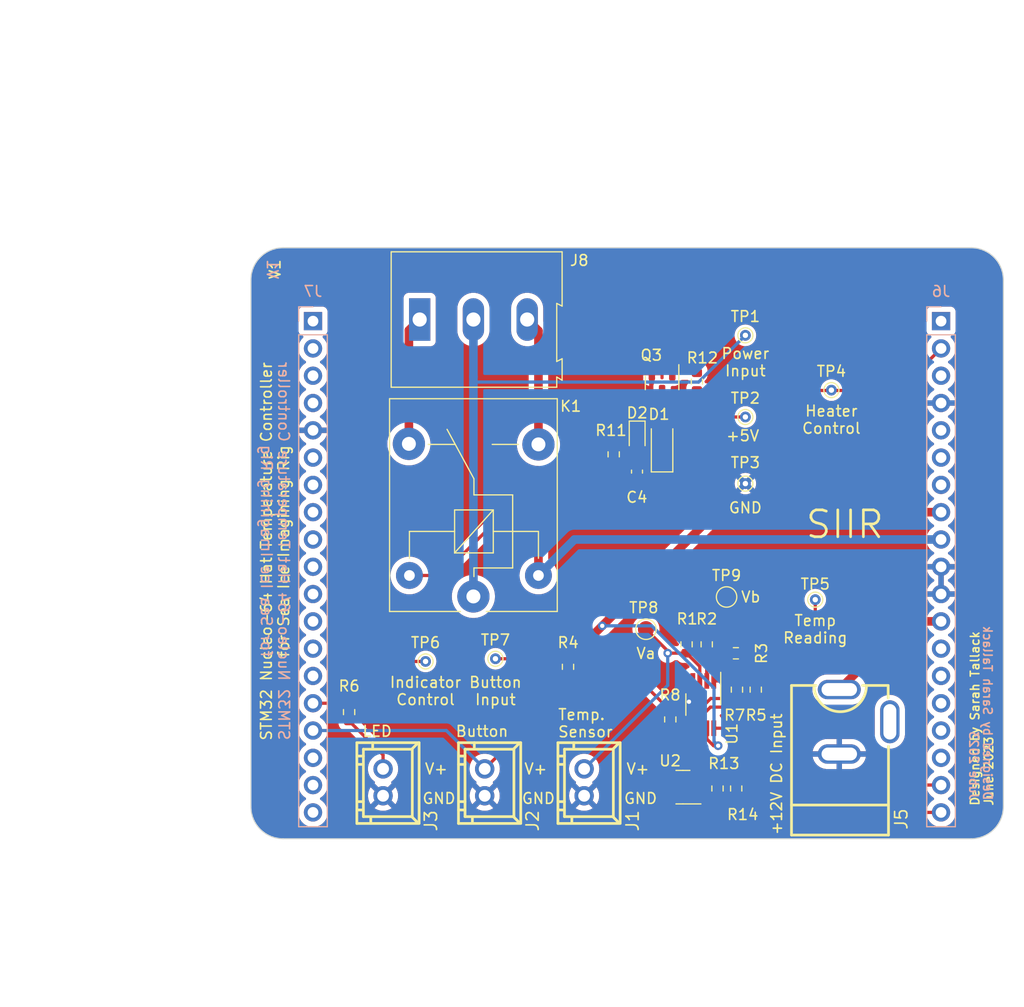
<source format=kicad_pcb>
(kicad_pcb (version 20221018) (generator pcbnew)
  (title_block (title "Temperature Controller") (date "December 2022") (rev "V0") (company "University of Cape Town") (comment 1 "Designed by Sarah Tallack"))
  (layers (0 "F.Cu" signal) (31 "B.Cu" signal) (34 "B.Paste" user) (35 "F.Paste" user) (36 "B.SilkS" user "B.Silkscreen") (37 "F.SilkS" user "F.Silkscreen") (38 "B.Mask" user) (39 "F.Mask" user) (44 "Edge.Cuts" user))
  (net 0 "")
  (net 1 "/+5V")
  (net 2 "GND")
  (net 3 "/PC0")
  (net 4 "/Va")
  (net 5 "Net-(D1-A)")
  (net 6 "/PC11")
  (net 7 "/PD2")
  (net 8 "/E5V")
  (net 9 "/NC1")
  (net 10 "/IOREF")
  (net 11 "/RESET")
  (net 12 "/+3V3")
  (net 13 "/VIN")
  (net 14 "/PA0")
  (net 15 "/PA1")
  (net 16 "/PA4")
  (net 17 "/PB0")
  (net 18 "/PC1")
  (net 19 "/PC9")
  (net 20 "/PB8")
  (net 21 "/PB9")
  (net 22 "/AVDD")
  (net 23 "/PA5")
  (net 24 "/PA6")
  (net 25 "/PA7")
  (net 26 "/PB6")
  (net 27 "/PC7")
  (net 28 "/PA9")
  (net 29 "/PA8")
  (net 30 "/PB10")
  (net 31 "/PB4")
  (net 32 "/PB5")
  (net 33 "/PB3")
  (net 34 "/PA10")
  (net 35 "/PA2")
  (net 36 "/PA3")
  (net 38 "/Vb")
  (net 39 "/NC2")
  (net 40 "/COM")
  (net 41 "/NO")
  (net 42 "/NC")
  (net 43 "Net-(D2-A)")
  (net 44 "Net-(J3-Pin_1)")
  (net 45 "Net-(Q3-B)")
  (net 46 "Net-(U1-RG)")
  (net 47 "/Vref")
  (net 48 "Net-(U2-REF)")
  (footprint "Resistor_SMD:R_0603_1608Metric" (layer "F.Cu") (at 139.013709 93.897122 -90)
    (fp_text reference "R8" (at -2.274089 0.020724) (layer "F.SilkS"))
    (fp_text value "10k")
    (fp_line (start -0.237258 -0.5225) (end 0.237258 -0.5225) (stroke (width 0.12)) (layer "F.SilkS"))
    (fp_line (start -0.237258 0.5225) (end 0.237258 0.5225) (stroke (width 0.12)) (layer "F.SilkS"))
    (pad "1" smd roundrect (at -0.825 0 270) (size 0.8 0.95) (layers "F.Cu" "F.Paste" "F.Mask") (net 12 "/+3V3"))
    (pad "2" smd roundrect (at 0.825 0 270) (size 0.8 0.95) (layers "F.Cu" "F.Paste" "F.Mask") (net 47 "/Vref"))
  )
  (footprint "Diode_SMD:D_SOD-123" (layer "F.Cu") (at 138.25 68.5 90)
    (fp_text reference "D1" (at 3.000652 -0.285451) (layer "F.SilkS"))
    (fp_text value "1N5819")
    (fp_line (start -2.36 -1) (end -2.36 1) (stroke (width 0.12)) (layer "F.SilkS"))
    (fp_line (start -2.36 -1) (end 1.65 -1) (stroke (width 0.12)) (layer "F.SilkS"))
    (fp_line (start -2.36 1) (end 1.65 1) (stroke (width 0.12)) (layer "F.SilkS"))
    (pad "1" smd roundrect (at -1.65 0 90) (size 0.9 1.2) (layers "F.Cu" "F.Paste" "F.Mask") (net 1 "/+5V"))
    (pad "2" smd roundrect (at 1.65 0 90) (size 0.9 1.2) (layers "F.Cu" "F.Paste" "F.Mask") (net 5 "Net-(D1-A)"))
  )
  (footprint "TestPoint:TestPoint_THTPad_D1.0mm_Drill0.5mm" (layer "F.Cu") (at 154 63.25)
    (fp_text reference "TP4" (at 0 -1.75) (layer "F.SilkS"))
    (fp_text value "TestPoint")
    (fp_circle (center 0 0) (end 0 0.7) (stroke (width 0.12)) (fill none) (layer "F.SilkS"))
    (pad "1" thru_hole circle (at 0 0) (size 1 1) (drill 0.5) (layers "*.Cu" "*.Mask") (net 7 "/PD2"))
  )
  (footprint "Resistor_SMD:R_0603_1608Metric" (layer "F.Cu") (at 109.139148 93.214332 -90)
    (fp_text reference "R6" (at -2.422589 -0.002566) (layer "F.SilkS"))
    (fp_text value "1.2k")
    (fp_line (start -0.237258 -0.5225) (end 0.237258 -0.5225) (stroke (width 0.12)) (layer "F.SilkS"))
    (fp_line (start -0.237258 0.5225) (end 0.237258 0.5225) (stroke (width 0.12)) (layer "F.SilkS"))
    (pad "1" smd roundrect (at -0.825 0 270) (size 0.8 0.95) (layers "F.Cu" "F.Paste" "F.Mask") (net 32 "/PB5"))
    (pad "2" smd roundrect (at 0.825 0 270) (size 0.8 0.95) (layers "F.Cu" "F.Paste" "F.Mask") (net 44 "Net-(J3-Pin_1)"))
  )
  (footprint "TestPoint:TestPoint_THTPad_D1.0mm_Drill0.5mm" (layer "F.Cu") (at 152.5 82.75)
    (fp_text reference "TP5" (at 0 -1.448) (layer "F.SilkS"))
    (fp_text value "TestPoint")
    (fp_circle (center 0 0) (end 0 0.7) (stroke (width 0.12)) (fill none) (layer "F.SilkS"))
    (pad "1" thru_hole circle (at 0 0) (size 1 1) (drill 0.5) (layers "*.Cu" "*.Mask") (net 3 "/PC0"))
  )
  (footprint "Resistor_SMD:R_0603_1608Metric" (layer "F.Cu") (at 145.214051 91.125 -90)
    (fp_text reference "R7" (at 2.375 0.214051) (layer "F.SilkS"))
    (fp_text value "1.1k")
    (fp_line (start -0.237258 -0.5225) (end 0.237258 -0.5225) (stroke (width 0.12)) (layer "F.SilkS"))
    (fp_line (start -0.237258 0.5225) (end 0.237258 0.5225) (stroke (width 0.12)) (layer "F.SilkS"))
    (pad "1" smd roundrect (at -0.825 0 270) (size 0.8 0.95) (layers "F.Cu" "F.Paste" "F.Mask") (net 46 "Net-(U1-RG)"))
    (pad "2" smd roundrect (at 0.825 0 270) (size 0.8 0.95) (layers "F.Cu" "F.Paste" "F.Mask") (net 47 "/Vref"))
  )
  (footprint "Resistor_SMD:R_0603_1608Metric" (layer "F.Cu") (at 146.964051 91.125 -90)
    (fp_text reference "R5" (at 2.375 -0.035949) (layer "F.SilkS"))
    (fp_text value "27k")
    (fp_line (start -0.237258 -0.5225) (end 0.237258 -0.5225) (stroke (width 0.12)) (layer "F.SilkS"))
    (fp_line (start -0.237258 0.5225) (end 0.237258 0.5225) (stroke (width 0.12)) (layer "F.SilkS"))
    (pad "1" smd roundrect (at -0.825 0 270) (size 0.8 0.95) (layers "F.Cu" "F.Paste" "F.Mask") (net 46 "Net-(U1-RG)"))
    (pad "2" smd roundrect (at 0.825 0 270) (size 0.8 0.95) (layers "F.Cu" "F.Paste" "F.Mask") (net 3 "/PC0"))
  )
  (footprint "TestPoint:TestPoint_THTPad_D1.0mm_Drill0.5mm" (layer "F.Cu") (at 146 65.75)
    (fp_text reference "TP2" (at 0 -1.75) (layer "F.SilkS"))
    (fp_text value "TestPoint")
    (fp_circle (center 0 0) (end 0 0.7) (stroke (width 0.12)) (fill none) (layer "F.SilkS"))
    (pad "1" thru_hole circle (at 0 0) (size 1 1) (drill 0.5) (layers "*.Cu" "*.Mask") (net 1 "/+5V"))
  )
  (footprint "Resistor_SMD:R_0603_1608Metric" (layer "F.Cu") (at 140.525533 86.906568 -90)
    (fp_text reference "R1" (at -2.363236 -0.053567) (layer "F.SilkS"))
    (fp_text value "3.3k")
    (fp_line (start -0.237258 -0.5225) (end 0.237258 -0.5225) (stroke (width 0.12)) (layer "F.SilkS"))
    (fp_line (start -0.237258 0.5225) (end 0.237258 0.5225) (stroke (width 0.12)) (layer "F.SilkS"))
    (pad "1" smd roundrect (at -0.825 0 270) (size 0.8 0.95) (layers "F.Cu" "F.Paste" "F.Mask") (net 12 "/+3V3"))
    (pad "2" smd roundrect (at 0.825 0 270) (size 0.8 0.95) (layers "F.Cu" "F.Paste" "F.Mask") (net 4 "/Va"))
  )
  (footprint "TestPoint:TestPoint_THTPad_D1.0mm_Drill0.5mm" (layer "F.Cu") (at 146 71.95)
    (fp_text reference "TP3" (at 0 -1.95) (layer "F.SilkS"))
    (fp_text value "TestPoint")
    (fp_circle (center 0 0) (end 0 0.7) (stroke (width 0.12)) (fill none) (layer "F.SilkS"))
    (pad "1" thru_hole circle (at 0 0) (size 1 1) (drill 0.5) (layers "*.Cu" "*.Mask") (net 2 "GND"))
  )
  (footprint "Resistor_SMD:R_0603_1608Metric" (layer "F.Cu") (at 145.117033 87.740767)
    (fp_text reference "R3" (at 2.382967 0.009233 90) (layer "F.SilkS"))
    (fp_text value "91")
    (fp_line (start -0.237258 -0.5225) (end 0.237258 -0.5225) (stroke (width 0.12)) (layer "F.SilkS"))
    (fp_line (start -0.237258 0.5225) (end 0.237258 0.5225) (stroke (width 0.12)) (layer "F.SilkS"))
    (pad "1" smd roundrect (at -0.825 0) (size 0.8 0.95) (layers "F.Cu" "F.Paste" "F.Mask") (net 38 "/Vb"))
    (pad "2" smd roundrect (at 0.825 0) (size 0.8 0.95) (layers "F.Cu" "F.Paste" "F.Mask") (net 2 "GND"))
  )
  (footprint "TestPoint:TestPoint_THTPad_D1.0mm_Drill0.5mm" (layer "F.Cu") (at 146 58.15)
    (fp_text reference "TP1" (at 0 -1.75) (layer "F.SilkS"))
    (fp_text value "TestPoint")
    (fp_circle (center 0 0) (end 0 0.7) (stroke (width 0.12)) (fill none) (layer "F.SilkS"))
    (pad "1" thru_hole circle (at 0 0) (size 1 1) (drill 0.5) (layers "*.Cu" "*.Mask") (net 40 "/COM"))
  )
  (footprint "TestPoint:TestPoint_THTPad_D1.0mm_Drill0.5mm" (layer "F.Cu") (at 116.25 88.5)
    (fp_text reference "TP6" (at 0 -1.75) (layer "F.SilkS"))
    (fp_text value "TestPoint")
    (fp_circle (center 0 0) (end 0 0.7) (stroke (width 0.12)) (fill none) (layer "F.SilkS"))
    (pad "1" thru_hole circle (at 0 0) (size 1 1) (drill 0.5) (layers "*.Cu" "*.Mask") (net 32 "/PB5"))
  )
  (footprint "Footprints:2 Pin Male Header" (layer "F.Cu") (at 131 99.749 -90)
    (fp_text reference "J1" (at 2.501 -4.5 -90) (layer "F.SilkS") (effects (font (size 1.143 1.143) (thickness 0.152)) (justify right)))
    (fp_text value "PT100 Header Pins" hide)
    (fp_line (start -3.689 -3.353) (end -3.689 2.447) (stroke (width 0.254)) (layer "F.SilkS"))
    (fp_line (start -3.689 -3.353) (end 3.811 -3.353) (stroke (width 0.254)) (layer "F.SilkS"))
    (fp_line (start -3.689 0.965) (end -3.105 0.965) (stroke (width 0.254)) (layer "F.SilkS"))
    (fp_line (start -3.671 2.438) (end 3.829 2.438) (stroke (width 0.254)) (layer "F.SilkS"))
    (fp_line (start -3.664 -3.327) (end -3.664 -3.251) (stroke (width 0.254)) (layer "F.SilkS"))
    (fp_line (start -3.664 -3.251) (end -3.054 -2.642) (stroke (width 0.254)) (layer "F.SilkS"))
    (fp_line (start -3.08 -2.718) (end 3.194 -2.718) (stroke (width 0.254)) (layer "F.SilkS"))
    (fp_line (start -3.08 -2.692) (end -3.054 -2.692) (stroke (width 0.254)) (layer "F.SilkS"))
    (fp_line (start -3.08 1.829) (end -3.08 -2.692) (stroke (width 0.254)) (layer "F.SilkS"))
    (fp_line (start -2.445 2.413) (end -2.445 1.829) (stroke (width 0.254)) (layer "F.SilkS"))
    (fp_line (start -1.67 2.426) (end -1.67 1.842) (stroke (width 0.254)) (layer "F.SilkS"))
    (fp_line (start 1.797 2.413) (end 1.797 1.829) (stroke (width 0.254)) (layer "F.SilkS"))
    (fp_line (start 2.572 2.426) (end 2.572 1.842) (stroke (width 0.254)) (layer "F.SilkS"))
    (fp_line (start 3.194 -2.718) (end 3.194 1.829) (stroke (width 0.254)) (layer "F.SilkS"))
    (fp_line (start 3.194 1.829) (end -3.08 1.829) (stroke (width 0.254)) (layer "F.SilkS"))
    (fp_line (start 3.219 1.143) (end 3.804 1.143) (stroke (width 0.254)) (layer "F.SilkS"))
    (fp_line (start 3.778 -3.327) (end 3.778 -3.251) (stroke (width 0.254)) (layer "F.SilkS"))
    (fp_line (start 3.778 -3.251) (end 3.169 -2.642) (stroke (width 0.254)) (layer "F.SilkS"))
    (fp_line (start 3.829 -3.353) (end 3.829 2.438) (stroke (width 0.254)) (layer "F.SilkS"))
    (pad "1" thru_hole circle (at -1.251 0 270) (size 1.8 1.8) (drill 1.1) (layers "*.Cu" "*.Paste" "*.Mask") (net 4 "/Va"))
    (pad "2" thru_hole circle (at 1.251 0 270) (size 1.8 1.8) (drill 1.1) (layers "*.Cu" "*.Paste" "*.Mask") (net 2 "GND"))
  )
  (footprint "Footprints:2 Pin Male Header" (layer "F.Cu") (at 121.75 99.749 -90)
    (fp_text reference "J2" (at 2.501 -4.453 -90) (layer "F.SilkS") (effects (font (size 1.143 1.143) (thickness 0.152)) (justify right)))
    (fp_text value "Switch Header Pins" hide)
    (fp_line (start -3.689 -3.353) (end -3.689 2.447) (stroke (width 0.254)) (layer "F.SilkS"))
    (fp_line (start -3.689 -3.353) (end 3.811 -3.353) (stroke (width 0.254)) (layer "F.SilkS"))
    (fp_line (start -3.689 0.965) (end -3.105 0.965) (stroke (width 0.254)) (layer "F.SilkS"))
    (fp_line (start -3.671 2.438) (end 3.829 2.438) (stroke (width 0.254)) (layer "F.SilkS"))
    (fp_line (start -3.664 -3.327) (end -3.664 -3.251) (stroke (width 0.254)) (layer "F.SilkS"))
    (fp_line (start -3.664 -3.251) (end -3.054 -2.642) (stroke (width 0.254)) (layer "F.SilkS"))
    (fp_line (start -3.08 -2.718) (end 3.194 -2.718) (stroke (width 0.254)) (layer "F.SilkS"))
    (fp_line (start -3.08 -2.692) (end -3.054 -2.692) (stroke (width 0.254)) (layer "F.SilkS"))
    (fp_line (start -3.08 1.829) (end -3.08 -2.692) (stroke (width 0.254)) (layer "F.SilkS"))
    (fp_line (start -2.445 2.413) (end -2.445 1.829) (stroke (width 0.254)) (layer "F.SilkS"))
    (fp_line (start -1.67 2.426) (end -1.67 1.842) (stroke (width 0.254)) (layer "F.SilkS"))
    (fp_line (start 1.797 2.413) (end 1.797 1.829) (stroke (width 0.254)) (layer "F.SilkS"))
    (fp_line (start 2.572 2.426) (end 2.572 1.842) (stroke (width 0.254)) (layer "F.SilkS"))
    (fp_line (start 3.194 -2.718) (end 3.194 1.829) (stroke (width 0.254)) (layer "F.SilkS"))
    (fp_line (start 3.194 1.829) (end -3.08 1.829) (stroke (width 0.254)) (layer "F.SilkS"))
    (fp_line (start 3.219 1.143) (end 3.804 1.143) (stroke (width 0.254)) (layer "F.SilkS"))
    (fp_line (start 3.778 -3.327) (end 3.778 -3.251) (stroke (width 0.254)) (layer "F.SilkS"))
    (fp_line (start 3.778 -3.251) (end 3.169 -2.642) (stroke (width 0.254)) (layer "F.SilkS"))
    (fp_line (start 3.829 -3.353) (end 3.829 2.438) (stroke (width 0.254)) (layer "F.SilkS"))
    (pad "1" thru_hole circle (at -1.251 0 270) (size 1.8 1.8) (drill 1.1) (layers "*.Cu" "*.Paste" "*.Mask") (net 33 "/PB3"))
    (pad "2" thru_hole circle (at 1.251 0 270) (size 1.8 1.8) (drill 1.1) (layers "*.Cu" "*.Paste" "*.Mask") (net 2 "GND"))
  )
  (footprint "TestPoint:TestPoint_Pad_D1.5mm" (layer "F.Cu") (at 144.25 82.5 90)
    (fp_text reference "TP9" (at 2 0 180) (layer "F.SilkS"))
    (fp_text value "TestPoint")
    (fp_circle (center 0 0) (end 0 0.95) (stroke (width 0.12)) (fill none) (layer "F.SilkS"))
    (pad "1" smd circle (at 0 0 90) (size 1.5 1.5) (layers "F.Cu" "F.Mask") (net 38 "/Vb"))
  )
  (footprint "Relay_THT:Relay_SPDT_SANYOU_SRD_Series_Form_C" (layer "F.Cu") (at 120.7 82.45 90)
    (fp_text reference "K1" (at 17.7 9.05) (layer "F.SilkS"))
    (fp_text value "SANYOU_SRD_Form_C")
    (fp_line (start -1.4 -7.8) (end -1.4 -1.2) (stroke (width 0.12)) (layer "F.SilkS"))
    (fp_line (start -1.4 -7.8) (end 18.4 -7.8) (stroke (width 0.12)) (layer "F.SilkS"))
    (fp_line (start -1.4 1.2) (end -1.4 7.8) (stroke (width 0.12)) (layer "F.SilkS"))
    (fp_line (start 2.65 0.05) (end 1.85 0.05) (stroke (width 0.12)) (layer "F.SilkS"))
    (fp_line (start 2.65 0.05) (end 2.65 3.65) (stroke (width 0.12)) (layer "F.SilkS"))
    (fp_line (start 3.55 6.05) (end 6.05 6.05) (stroke (width 0.12)) (layer "F.SilkS"))
    (fp_line (start 4.05 -1.75) (end 8.05 -1.75) (stroke (width 0.12)) (layer "F.SilkS"))
    (fp_line (start 4.05 1.85) (end 4.05 -1.75) (stroke (width 0.12)) (layer "F.SilkS"))
    (fp_line (start 6.05 -5.95) (end 3.55 -5.95) (stroke (width 0.12)) (layer "F.SilkS"))
    (fp_line (start 6.05 -5.95) (end 6.05 -1.75) (stroke (width 0.12)) (layer "F.SilkS"))
    (fp_line (start 6.05 1.85) (end 6.05 6.05) (stroke (width 0.12)) (layer "F.SilkS"))
    (fp_line (start 8.05 -1.75) (end 8.05 1.85) (stroke (width 0.12)) (layer "F.SilkS"))
    (fp_line (start 8.05 1.85) (end 4.05 -1.75) (stroke (width 0.12)) (layer "F.SilkS"))
    (fp_line (start 8.05 1.85) (end 4.05 1.85) (stroke (width 0.12)) (layer "F.SilkS"))
    (fp_line (start 9.45 0.05) (end 9.45 3.65) (stroke (width 0.12)) (layer "F.SilkS"))
    (fp_line (start 9.45 0.05) (end 10.95 0.05) (stroke (width 0.12)) (layer "F.SilkS"))
    (fp_line (start 9.45 3.65) (end 2.65 3.65) (stroke (width 0.12)) (layer "F.SilkS"))
    (fp_line (start 10.95 0.05) (end 15.55 -2.45) (stroke (width 0.12)) (layer "F.SilkS"))
    (fp_line (start 14.15 -4.2) (end 14.15 -1.7) (stroke (width 0.12)) (layer "F.SilkS"))
    (fp_line (start 14.15 4.2) (end 14.15 1.75) (stroke (width 0.12)) (layer "F.SilkS"))
    (fp_line (start 18.4 -7.8) (end 18.4 7.8) (stroke (width 0.12)) (layer "F.SilkS"))
    (fp_line (start 18.4 7.8) (end -1.4 7.8) (stroke (width 0.12)) (layer "F.SilkS"))
    (pad "1" thru_hole circle (at 0 0 180) (size 3 3) (drill 1.3) (layers "*.Cu" "*.Mask") (net 40 "/COM"))
    (pad "2" thru_hole circle (at 1.95 6.05 180) (size 2.5 2.5) (drill 1) (layers "*.Cu" "*.Mask") (net 1 "/+5V"))
    (pad "3" thru_hole circle (at 14.15 6.05 180) (size 3 3) (drill 1.3) (layers "*.Cu" "*.Mask") (net 41 "/NO"))
    (pad "4" thru_hole circle (at 14.2 -6 180) (size 3 3) (drill 1.3) (layers "*.Cu" "*.Mask") (net 42 "/NC"))
    (pad "5" thru_hole circle (at 1.95 -5.95 180) (size 2.5 2.5) (drill 1) (layers "*.Cu" "*.Mask") (net 5 "Net-(D1-A)"))
  )
  (footprint "Resistor_SMD:R_0603_1608Metric" (layer "F.Cu") (at 129.5 89 -90)
    (fp_text reference "R4" (at -2.25 -0.009223) (layer "F.SilkS"))
    (fp_text value "1.2k")
    (fp_line (start -0.237258 -0.5225) (end 0.237258 -0.5225) (stroke (width 0.12)) (layer "F.SilkS"))
    (fp_line (start -0.237258 0.5225) (end 0.237258 0.5225) (stroke (width 0.12)) (layer "F.SilkS"))
    (pad "1" smd roundrect (at -0.825 0 270) (size 0.8 0.95) (layers "F.Cu" "F.Paste" "F.Mask") (net 12 "/+3V3"))
    (pad "2" smd roundrect (at 0.825 0 270) (size 0.8 0.95) (layers "F.Cu" "F.Paste" "F.Mask") (net 33 "/PB3"))
  )
  (footprint "Diode_SMD:D_0603_1608Metric" (layer "F.Cu") (at 135.932172 67.616915 -90)
    (fp_text reference "D2" (at -2.25 0) (layer "F.SilkS"))
    (fp_text value "Red")
    (fp_line (start -1.485 -0.735) (end -1.485 0.735) (stroke (width 0.12)) (layer "F.SilkS"))
    (fp_line (start -1.485 0.735) (end 0.8 0.735) (stroke (width 0.12)) (layer "F.SilkS"))
    (fp_line (start 0.8 -0.735) (end -1.485 -0.735) (stroke (width 0.12)) (layer "F.SilkS"))
    (pad "1" smd roundrect (at -0.7875 0 270) (size 0.875 0.95) (layers "F.Cu" "F.Paste" "F.Mask") (net 5 "Net-(D1-A)"))
    (pad "2" smd roundrect (at 0.7875 0 270) (size 0.875 0.95) (layers "F.Cu" "F.Paste" "F.Mask") (net 43 "Net-(D2-A)"))
  )
  (footprint "Package_SO:VSSOP-8_3.0x3.0mm_P0.65mm" (layer "F.Cu") (at 142.0842 92.512982 -90)
    (fp_text reference "U1" (at 2.720129 -2.6658 90) (layer "F.SilkS"))
    (fp_text value "INA332")
    (fp_line (start 0 -1.62) (end -3 -1.62) (stroke (width 0.12)) (layer "F.SilkS"))
    (fp_line (start 1 1.62) (end -1 1.62) (stroke (width 0.12)) (layer "F.SilkS"))
    (pad "1" smd rect (at -2.2 -0.975 180) (size 0.45 1.45) (layers "F.Cu" "F.Paste" "F.Mask") (net 46 "Net-(U1-RG)"))
    (pad "2" smd rect (at -2.2 -0.325 180) (size 0.45 1.45) (layers "F.Cu" "F.Paste" "F.Mask") (net 38 "/Vb"))
    (pad "3" smd rect (at -2.2 0.325 180) (size 0.45 1.45) (layers "F.Cu" "F.Paste" "F.Mask") (net 4 "/Va"))
    (pad "4" smd rect (at -2.2 0.975 180) (size 0.45 1.45) (layers "F.Cu" "F.Paste" "F.Mask") (net 2 "GND"))
    (pad "5" smd rect (at 2.2 0.975 180) (size 0.45 1.45) (layers "F.Cu" "F.Paste" "F.Mask") (net 47 "/Vref"))
    (pad "6" smd rect (at 2.2 0.325 180) (size 0.45 1.45) (layers "F.Cu" "F.Paste" "F.Mask") (net 3 "/PC0"))
    (pad "7" smd rect (at 2.2 -0.325 180) (size 0.45 1.45) (layers "F.Cu" "F.Paste" "F.Mask") (net 12 "/+3V3"))
    (pad "8" smd rect (at 2.2 -0.975 180) (size 0.45 1.45) (layers "F.Cu" "F.Paste" "F.Mask") (net 18 "/PC1"))
  )
  (footprint "Resistor_SMD:R_0603_1608Metric" (layer "F.Cu") (at 143.405567 100.323901 -90)
    (fp_text reference "R13" (at -2.323901 -0.594433) (layer "F.SilkS"))
    (fp_text value "13k")
    (fp_line (start -0.237258 -0.5225) (end 0.237258 -0.5225) (stroke (width 0.12)) (layer "F.SilkS"))
    (fp_line (start -0.237258 0.5225) (end 0.237258 0.5225) (stroke (width 0.12)) (layer "F.SilkS"))
    (pad "1" smd roundrect (at -0.825 0 270) (size 0.8 0.95) (layers "F.Cu" "F.Paste" "F.Mask") (net 47 "/Vref"))
    (pad "2" smd roundrect (at 0.825 0 270) (size 0.8 0.95) (layers "F.Cu" "F.Paste" "F.Mask") (net 48 "Net-(U2-REF)"))
  )
  (footprint "Resistor_SMD:R_0603_1608Metric" (layer "F.Cu") (at 141.489776 62.457594 -90)
    (fp_text reference "R12" (at -2.207594 -0.510224 -180) (layer "F.SilkS"))
    (fp_text value "1.2k")
    (fp_line (start -0.237258 -0.5225) (end 0.237258 -0.5225) (stroke (width 0.12)) (layer "F.SilkS"))
    (fp_line (start -0.237258 0.5225) (end 0.237258 0.5225) (stroke (width 0.12)) (layer "F.SilkS"))
    (pad "1" smd roundrect (at -0.825 0 270) (size 0.8 0.95) (layers "F.Cu" "F.Paste" "F.Mask") (net 45 "Net-(Q3-B)"))
    (pad "2" smd roundrect (at 0.825 0 270) (size 0.8 0.95) (layers "F.Cu" "F.Paste" "F.Mask") (net 7 "/PD2"))
  )
  (footprint "Resistor_SMD:R_0603_1608Metric" (layer "F.Cu") (at 133.75 69.227165 90)
    (fp_text reference "R11" (at 2.227165 -0.25) (layer "F.SilkS"))
    (fp_text value "1.2k")
    (fp_line (start -0.237258 -0.5225) (end 0.237258 -0.5225) (stroke (width 0.12)) (layer "F.SilkS"))
    (fp_line (start -0.237258 0.5225) (end 0.237258 0.5225) (stroke (width 0.12)) (layer "F.SilkS"))
    (pad "1" smd roundrect (at -0.825 0 90) (size 0.8 0.95) (layers "F.Cu" "F.Paste" "F.Mask") (net 1 "/+5V"))
    (pad "2" smd roundrect (at 0.825 0 90) (size 0.8 0.95) (layers "F.Cu" "F.Paste" "F.Mask") (net 43 "Net-(D2-A)"))
  )
  (footprint "TestPoint:TestPoint_THTPad_D1.0mm_Drill0.5mm" (layer "F.Cu") (at 122.75 88.25)
    (fp_text reference "TP7" (at 0 -1.75) (layer "F.SilkS"))
    (fp_text value "TestPoint")
    (fp_circle (center 0 0) (end 0 0.7) (stroke (width 0.12)) (fill none) (layer "F.SilkS"))
    (pad "1" thru_hole circle (at 0 0) (size 1 1) (drill 0.5) (layers "*.Cu" "*.Mask") (net 33 "/PB3"))
  )
  (footprint "TerminalBlock:TerminalBlock_Altech_AK300-3_P5.00mm" (layer "F.Cu") (at 115.701887 56.679994)
    (fp_text reference "J8" (at 14.845 -5.5) (layer "F.SilkS"))
    (fp_text value "Conn_01x03_Male")
    (fp_line (start -2.65 -6.3) (end -2.65 6.3) (stroke (width 0.12)) (layer "F.SilkS"))
    (fp_line (start -2.65 6.3) (end 12.75 6.3) (stroke (width 0.12)) (layer "F.SilkS"))
    (fp_line (start 12.75 -1.5) (end 13.25 -1.25) (stroke (width 0.12)) (layer "F.SilkS"))
    (fp_line (start 12.75 3.9) (end 12.75 -1.5) (stroke (width 0.12)) (layer "F.SilkS"))
    (fp_line (start 12.75 5.35) (end 13.25 5.65) (stroke (width 0.12)) (layer "F.SilkS"))
    (fp_line (start 12.75 6.3) (end 12.75 5.35) (stroke (width 0.12)) (layer "F.SilkS"))
    (fp_line (start 13.25 -6.3) (end -2.65 -6.3) (stroke (width 0.12)) (layer "F.SilkS"))
    (fp_line (start 13.25 -1.25) (end 13.25 -6.3) (stroke (width 0.12)) (layer "F.SilkS"))
    (fp_line (start 13.25 3.65) (end 12.75 3.9) (stroke (width 0.12)) (layer "F.SilkS"))
    (fp_line (start 13.25 5.65) (end 13.25 3.65) (stroke (width 0.12)) (layer "F.SilkS"))
    (pad "1" thru_hole rect (at 0 0) (size 1.98 3.96) (drill 1.32) (layers "*.Cu" "*.Mask") (net 42 "/NC"))
    (pad "2" thru_hole oval (at 5 0) (size 1.98 3.96) (drill 1.32) (layers "*.Cu" "*.Mask") (net 40 "/COM"))
    (pad "3" thru_hole oval (at 10 0) (size 1.98 3.96) (drill 1.32) (layers "*.Cu" "*.Mask") (net 41 "/NO"))
  )
  (footprint "Footprints:DC Jack 5A" (layer "F.Cu") (at 157.086 94.116 90)
    (fp_text reference "J5" (at -10.134 3.414 90) (layer "F.SilkS") (effects (font (size 1.143 1.143) (thickness 0.152)) (justify left)))
    (fp_text value "Barrel_Jack" hide)
    (fp_line (start -10.541 -6.797) (end -10.541 2.225) (stroke (width 0.254)) (layer "F.SilkS"))
    (fp_line (start -10.541 2.225) (end -2.286 2.225) (stroke (width 0.254)) (layer "F.SilkS"))
    (fp_line (start -7.747 -6.797) (end -7.747 2.203) (stroke (width 0.254)) (layer "F.SilkS"))
    (fp_line (start 3.38 -6.797) (end -10.541 -6.797) (stroke (width 0.254)) (layer "F.SilkS"))
    (fp_line (start 3.38 -6.797) (end 3.38 -4.517) (stroke (width 0.254)) (layer "F.SilkS"))
    (fp_line (start 3.38 -0.187) (end 3.38 2.195) (stroke (width 0.254)) (layer "F.SilkS"))
    (fp_line (start 3.38 2.195) (end 2.22 2.195) (stroke (width 0.254)) (layer "F.SilkS"))
    (fp_arc (start 3.38 0.176) (mid 0.947987 -2.264122) (end 3.380243 -4.704001) (stroke (width 0.254)) (layer "F.SilkS"))
    (pad "1" thru_hole oval (at 3 -2.352) (size 4 1.8) (drill oval 3.3 1.2) (layers "*.Cu" "*.Paste" "*.Mask") (net 13 "/VIN"))
    (pad "2" thru_hole oval (at -3 -2.352) (size 4 1.8) (drill oval 3.3 1.2) (layers "*.Cu" "*.Paste" "*.Mask") (net 2 "GND"))
    (pad "3" thru_hole oval (at 0 2.352 90) (size 4 1.8) (drill oval 3.3 1.2) (layers "*.Cu" "*.Paste" "*.Mask"))
  )
  (footprint "TestPoint:TestPoint_Pad_D1.5mm" (layer "F.Cu") (at 136.75 85.5 90)
    (fp_text reference "TP8" (at 2 -0.2 180) (layer "F.SilkS"))
    (fp_text value "TestPoint")
    (fp_circle (center 0 0) (end 0 0.95) (stroke (width 0.12)) (fill none) (layer "F.SilkS"))
    (pad "1" smd circle (at 0 0 90) (size 1.5 1.5) (layers "F.Cu" "F.Mask") (net 4 "/Va"))
  )
  (footprint "Package_TO_SOT_SMD:SOT-23" (layer "F.Cu") (at 138.25 62.556067 -90)
    (fp_text reference "Q3" (at -2.556067 1 -180) (layer "F.SilkS"))
    (fp_text value "S8050_SMD")
    (fp_line (start 0 -1.56) (end -1.675 -1.56) (stroke (width 0.12)) (layer "F.SilkS"))
    (fp_line (start 0 -1.56) (end 0.65 -1.56) (stroke (width 0.12)) (layer "F.SilkS"))
    (fp_line (start 0 1.56) (end -0.65 1.56) (stroke (width 0.12)) (layer "F.SilkS"))
    (fp_line (start 0 1.56) (end 0.65 1.56) (stroke (width 0.12)) (layer "F.SilkS"))
    (pad "1" smd roundrect (at -0.9375 -0.95 270) (size 1.475 0.6) (layers "F.Cu" "F.Paste" "F.Mask") (net 45 "Net-(Q3-B)"))
    (pad "2" smd roundrect (at -0.9375 0.95 270) (size 1.475 0.6) (layers "F.Cu" "F.Paste" "F.Mask") (net 2 "GND"))
    (pad "3" smd roundrect (at 0.9375 0 270) (size 1.475 0.6) (layers "F.Cu" "F.Paste" "F.Mask") (net 5 "Net-(D1-A)"))
  )
  (footprint "Package_TO_SOT_SMD:SOT-23" (layer "F.Cu") (at 140.19 100.199182 180)
    (fp_text reference "U2" (at 1.19 2.449182) (layer "F.SilkS"))
    (fp_text value "CJ431")
    (fp_line (start 0 -1.56) (end -1.675 -1.56) (stroke (width 0.12)) (layer "F.SilkS"))
    (fp_line (start 0 -1.56) (end 0.65 -1.56) (stroke (width 0.12)) (layer "F.SilkS"))
    (fp_line (start 0 1.56) (end -0.65 1.56) (stroke (width 0.12)) (layer "F.SilkS"))
    (fp_line (start 0 1.56) (end 0.65 1.56) (stroke (width 0.12)) (layer "F.SilkS"))
    (pad "1" smd roundrect (at -0.9375 -0.95 180) (size 1.475 0.6) (layers "F.Cu" "F.Paste" "F.Mask") (net 48 "Net-(U2-REF)"))
    (pad "2" smd roundrect (at -0.9375 0.95 180) (size 1.475 0.6) (layers "F.Cu" "F.Paste" "F.Mask") (net 47 "/Vref"))
    (pad "3" smd roundrect (at 0.9375 0 180) (size 1.475 0.6) (layers "F.Cu" "F.Paste" "F.Mask") (net 2 "GND"))
  )
  (footprint "Capacitor_SMD:C_0603_1608Metric" (layer "F.Cu") (at 135.918333 70.832477 -90)
    (fp_text reference "C4" (at 2.388612 0.015332) (layer "F.SilkS"))
    (fp_text value "10u")
    (fp_line (start -0.14058 -0.51) (end 0.14058 -0.51) (stroke (width 0.12)) (layer "F.SilkS"))
    (fp_line (start -0.14058 0.51) (end 0.14058 0.51) (stroke (width 0.12)) (layer "F.SilkS"))
    (pad "1" smd roundrect (at -0.775 0 270) (size 0.9 0.95) (layers "F.Cu" "F.Paste" "F.Mask") (net 1 "/+5V"))
    (pad "2" smd roundrect (at 0.775 0 270) (size 0.9 0.95) (layers "F.Cu" "F.Paste" "F.Mask") (net 2 "GND"))
  )
  (footprint "Resistor_SMD:R_0603_1608Metric" (layer "F.Cu") (at 142.402569 86.906568 -90)
    (fp_text reference "R2" (at -2.359899 0) (layer "F.SilkS"))
    (fp_text value "3.3k")
    (fp_line (start -0.237258 -0.5225) (end 0.237258 -0.5225) (stroke (width 0.12)) (layer "F.SilkS"))
    (fp_line (start -0.237258 0.5225) (end 0.237258 0.5225) (stroke (width 0.12)) (layer "F.SilkS"))
    (pad "1" smd roundrect (at -0.825 0 270) (size 0.8 0.95) (layers "F.Cu" "F.Paste" "F.Mask") (net 12 "/+3V3"))
    (pad "2" smd roundrect (at 0.825 0 270) (size 0.8 0.95) (layers "F.Cu" "F.Paste" "F.Mask") (net 38 "/Vb"))
  )
  (footprint "Footprints:2 Pin Male Header" (layer "F.Cu") (at 112.297 99.749 -90)
    (fp_text reference "J3" (at 2.501 -4.453 90) (layer "F.SilkS") (effects (font (size 1.143 1.143) (thickness 0.152)) (justify right)))
    (fp_text value "LED Header Pins" hide)
    (fp_line (start -3.689 -3.353) (end -3.689 2.447) (stroke (width 0.254)) (layer "F.SilkS"))
    (fp_line (start -3.689 -3.353) (end 3.811 -3.353) (stroke (width 0.254)) (layer "F.SilkS"))
    (fp_line (start -3.689 0.965) (end -3.105 0.965) (stroke (width 0.254)) (layer "F.SilkS"))
    (fp_line (start -3.671 2.438) (end 3.829 2.438) (stroke (width 0.254)) (layer "F.SilkS"))
    (fp_line (start -3.664 -3.327) (end -3.664 -3.251) (stroke (width 0.254)) (layer "F.SilkS"))
    (fp_line (start -3.664 -3.251) (end -3.054 -2.642) (stroke (width 0.254)) (layer "F.SilkS"))
    (fp_line (start -3.08 -2.718) (end 3.194 -2.718) (stroke (width 0.254)) (layer "F.SilkS"))
    (fp_line (start -3.08 -2.692) (end -3.054 -2.692) (stroke (width 0.254)) (layer "F.SilkS"))
    (fp_line (start -3.08 1.829) (end -3.08 -2.692) (stroke (width 0.254)) (layer "F.SilkS"))
    (fp_line (start -2.445 2.413) (end -2.445 1.829) (stroke (width 0.254)) (layer "F.SilkS"))
    (fp_line (start -1.67 2.426) (end -1.67 1.842) (stroke (width 0.254)) (layer "F.SilkS"))
    (fp_line (start 1.797 2.413) (end 1.797 1.829) (stroke (width 0.254)) (layer "F.SilkS"))
    (fp_line (start 2.572 2.426) (end 2.572 1.842) (stroke (width 0.254)) (layer "F.SilkS"))
    (fp_line (start 3.194 -2.718) (end 3.194 1.829) (stroke (width 0.254)) (layer "F.SilkS"))
    (fp_line (start 3.194 1.829) (end -3.08 1.829) (stroke (width 0.254)) (layer "F.SilkS"))
    (fp_line (start 3.219 1.143) (end 3.804 1.143) (stroke (width 0.254)) (layer "F.SilkS"))
    (fp_line (start 3.778 -3.327) (end 3.778 -3.251) (stroke (width 0.254)) (layer "F.SilkS"))
    (fp_line (start 3.778 -3.251) (end 3.169 -2.642) (stroke (width 0.254)) (layer "F.SilkS"))
    (fp_line (start 3.829 -3.353) (end 3.829 2.438) (stroke (width 0.254)) (layer "F.SilkS"))
    (pad "1" thru_hole circle (at -1.251 0 270) (size 1.8 1.8) (drill 1.1) (layers "*.Cu" "*.Paste" "*.Mask") (net 44 "Net-(J3-Pin_1)"))
    (pad "2" thru_hole circle (at 1.251 0 270) (size 1.8 1.8) (drill 1.1) (layers "*.Cu" "*.Paste" "*.Mask") (net 2 "GND"))
  )
  (footprint "Resistor_SMD:R_0603_1608Metric" (layer "F.Cu") (at 145.145567 100.323901 90)
    (fp_text reference "R14" (at -2.426099 0.604433) (layer "F.SilkS"))
    (fp_text value "4.3k")
    (fp_line (start -0.237258 -0.5225) (end 0.237258 -0.5225) (stroke (width 0.12)) (layer "F.SilkS"))
    (fp_line (start -0.237258 0.5225) (end 0.237258 0.5225) (stroke (width 0.12)) (layer "F.SilkS"))
    (pad "1" smd roundrect (at -0.825 0 90) (size 0.8 0.95) (layers "F.Cu" "F.Paste" "F.Mask") (net 48 "Net-(U2-REF)"))
    (pad "2" smd roundrect (at 0.825 0 90) (size 0.8 0.95) (layers "F.Cu" "F.Paste" "F.Mask") (net 2 "GND"))
  )
  (footprint "Connector_PinSocket_2.54mm:PinSocket_1x19_P2.54mm_Vertical" (layer "B.Cu") (at 105.78 56.83 180)
    (fp_text reference "J7" (at 0 2.77) (layer "B.SilkS") (effects (justify mirror)))
    (fp_text value "Conn_01x19_Female")
    (fp_line (start -1.33 -47.05) (end 1.33 -47.05) (stroke (width 0.12)) (layer "B.SilkS"))
    (fp_line (start -1.33 -1.27) (end -1.33 -47.05) (stroke (width 0.12)) (layer "B.SilkS"))
    (fp_line (start -1.33 -1.27) (end 1.33 -1.27) (stroke (width 0.12)) (layer "B.SilkS"))
    (fp_line (start 0 1.33) (end 1.33 1.33) (stroke (width 0.12)) (layer "B.SilkS"))
    (fp_line (start 1.33 -1.27) (end 1.33 -47.05) (stroke (width 0.12)) (layer "B.SilkS"))
    (fp_line (start 1.33 1.33) (end 1.33 0) (stroke (width 0.12)) (layer "B.SilkS"))
    (pad "1" thru_hole rect locked (at 0 0 180) (size 1.7 1.7) (drill 1) (layers "*.Cu" "*.Mask") (net 19 "/PC9"))
    (pad "2" thru_hole oval locked (at 0 -2.54 180) (size 1.7 1.7) (drill 1) (layers "*.Cu" "*.Mask") (net 20 "/PB8"))
    (pad "3" thru_hole oval locked (at 0 -5.08 180) (size 1.7 1.7) (drill 1) (layers "*.Cu" "*.Mask") (net 21 "/PB9"))
    (pad "4" thru_hole oval locked (at 0 -7.62 180) (size 1.7 1.7) (drill 1) (layers "*.Cu" "*.Mask") (net 22 "/AVDD"))
    (pad "5" thru_hole oval locked (at 0 -10.16 180) (size 1.7 1.7) (drill 1) (layers "*.Cu" "*.Mask") (net 2 "GND"))
    (pad "6" thru_hole oval locked (at 0 -12.7 180) (size 1.7 1.7) (drill 1) (layers "*.Cu" "*.Mask") (net 23 "/PA5"))
    (pad "7" thru_hole oval locked (at 0 -15.24 180) (size 1.7 1.7) (drill 1) (layers "*.Cu" "*.Mask") (net 24 "/PA6"))
    (pad "8" thru_hole oval locked (at 0 -17.78 180) (size 1.7 1.7) (drill 1) (layers "*.Cu" "*.Mask") (net 25 "/PA7"))
    (pad "9" thru_hole oval locked (at 0 -20.32 180) (size 1.7 1.7) (drill 1) (layers "*.Cu" "*.Mask") (net 26 "/PB6"))
    (pad "10" thru_hole oval locked (at 0 -22.86 180) (size 1.7 1.7) (drill 1) (layers "*.Cu" "*.Mask") (net 27 "/PC7"))
    (pad "11" thru_hole oval locked (at 0 -25.4 180) (size 1.7 1.7) (drill 1) (layers "*.Cu" "*.Mask") (net 28 "/PA9"))
    (pad "12" thru_hole oval locked (at 0 -27.94 180) (size 1.7 1.7) (drill 1) (layers "*.Cu" "*.Mask") (net 29 "/PA8"))
    (pad "13" thru_hole oval locked (at 0 -30.48 180) (size 1.7 1.7) (drill 1) (layers "*.Cu" "*.Mask") (net 30 "/PB10"))
    (pad "14" thru_hole oval locked (at 0 -33.02 180) (size 1.7 1.7) (drill 1) (layers "*.Cu" "*.Mask") (net 31 "/PB4"))
    (pad "15" thru_hole oval locked (at 0 -35.56 180) (size 1.7 1.7) (drill 1) (layers "*.Cu" "*.Mask") (net 32 "/PB5"))
    (pad "16" thru_hole oval locked (at 0 -38.1 180) (size 1.7 1.7) (drill 1) (layers "*.Cu" "*.Mask") (net 33 "/PB3"))
    (pad "17" thru_hole oval locked (at 0 -40.64 180) (size 1.7 1.7) (drill 1) (layers "*.Cu" "*.Mask") (net 34 "/PA10"))
    (pad "18" thru_hole oval locked (at 0 -43.18 180) (size 1.7 1.7) (drill 1) (layers "*.Cu" "*.Mask") (net 35 "/PA2"))
    (pad "19" thru_hole oval locked (at 0 -45.72 180) (size 1.7 1.7) (drill 1) (layers "*.Cu" "*.Mask") (net 36 "/PA3"))
  )
  (footprint "Connector_PinSocket_2.54mm:PinSocket_1x19_P2.54mm_Vertical" (layer "B.Cu") (at 164.2 56.83 180)
    (fp_text reference "J6" (at 0 2.77) (layer "B.SilkS") (effects (justify mirror)))
    (fp_text value "Conn_01x19_Female")
    (fp_line (start -1.33 -47.05) (end 1.33 -47.05) (stroke (width 0.12)) (layer "B.SilkS"))
    (fp_line (start -1.33 -1.27) (end -1.33 -47.05) (stroke (width 0.12)) (layer "B.SilkS"))
    (fp_line (start -1.33 -1.27) (end 1.33 -1.27) (stroke (width 0.12)) (layer "B.SilkS"))
    (fp_line (start 0 1.33) (end 1.33 1.33) (stroke (width 0.12)) (layer "B.SilkS"))
    (fp_line (start 1.33 -1.27) (end 1.33 -47.05) (stroke (width 0.12)) (layer "B.SilkS"))
    (fp_line (start 1.33 1.33) (end 1.33 0) (stroke (width 0.12)) (layer "B.SilkS"))
    (pad "1" thru_hole rect locked (at 0 0 180) (size 1.7 1.7) (drill 1) (layers "*.Cu" "*.Mask") (net 6 "/PC11"))
    (pad "2" thru_hole oval locked (at 0 -2.54 180) (size 1.7 1.7) (drill 1) (layers "*.Cu" "*.Mask") (net 7 "/PD2"))
    (pad "3" thru_hole oval locked (at 0 -5.08 180) (size 1.7 1.7) (drill 1) (layers "*.Cu" "*.Mask") (net 8 "/E5V"))
    (pad "4" thru_hole oval locked (at 0 -7.62 180) (size 1.7 1.7) (drill 1) (layers "*.Cu" "*.Mask") (net 2 "GND"))
    (pad "5" thru_hole oval locked (at 0 -10.16 180) (size 1.7 1.7) (drill 1) (layers "*.Cu" "*.Mask") (net 9 "/NC1"))
    (pad "6" thru_hole oval locked (at 0 -12.7 180) (size 1.7 1.7) (drill 1) (layers "*.Cu" "*.Mask") (net 10 "/IOREF"))
    (pad "7" thru_hole oval locked (at 0 -15.24 180) (size 1.7 1.7) (drill 1) (layers "*.Cu" "*.Mask") (net 11 "/RESET"))
    (pad "8" thru_hole oval locked (at 0 -17.78 180) (size 1.7 1.7) (drill 1) (layers "*.Cu" "*.Mask") (net 12 "/+3V3"))
    (pad "9" thru_hole oval locked (at 0 -20.32 180) (size 1.7 1.7) (drill 1) (layers "*.Cu" "*.Mask") (net 1 "/+5V"))
    (pad "10" thru_hole oval locked (at 0 -22.86 180) (size 1.7 1.7) (drill 1) (layers "*.Cu" "*.Mask") (net 2 "GND"))
    (pad "11" thru_hole oval locked (at 0 -25.4 180) (size 1.7 1.7) (drill 1) (layers "*.Cu" "*.Mask") (net 2 "GND"))
    (pad "12" thru_hole oval locked (at 0 -27.94 180) (size 1.7 1.7) (drill 1) (layers "*.Cu" "*.Mask") (net 13 "/VIN"))
    (pad "13" thru_hole oval locked (at 0 -30.48 180) (size 1.7 1.7) (drill 1) (layers "*.Cu" "*.Mask") (net 39 "/NC2"))
    (pad "14" thru_hole oval locked (at 0 -33.02 180) (size 1.7 1.7) (drill 1) (layers "*.Cu" "*.Mask") (net 14 "/PA0"))
    (pad "15" thru_hole oval locked (at 0 -35.56 180) (size 1.7 1.7) (drill 1) (layers "*.Cu" "*.Mask") (net 15 "/PA1"))
    (pad "16" thru_hole oval locked (at 0 -38.1 180) (size 1.7 1.7) (drill 1) (layers "*.Cu" "*.Mask") (net 16 "/PA4"))
    (pad "17" thru_hole oval locked (at 0 -40.64 180) (size 1.7 1.7) (drill 1) (layers "*.Cu" "*.Mask") (net 17 "/PB0"))
    (pad "18" thru_hole oval locked (at 0 -43.18 180) (size 1.7 1.7) (drill 1) (layers "*.Cu" "*.Mask") (net 18 "/PC1"))
    (pad "19" thru_hole oval locked (at 0 -45.72 180) (size 1.7 1.7) (drill 1) (layers "*.Cu" "*.Mask") (net 3 "/PC0"))
  )
  (gr_line (start 103 105) (end 167 105) (stroke (width 0.1)) (layer "Edge.Cuts"))
  (gr_arc (start 103 105) (mid 100.87868 104.12132) (end 100 102) (stroke (width 0.1)) (layer "Edge.Cuts"))
  (gr_line (start 100 53) (end 100 102) (stroke (width 0.1)) (layer "Edge.Cuts"))
  (gr_line (start 167 50) (end 103 50) (stroke (width 0.1)) (layer "Edge.Cuts"))
  (gr_line (start 170 53) (end 170 102) (stroke (width 0.1)) (layer "Edge.Cuts"))
  (gr_arc (start 100 53) (mid 100.87868 50.87868) (end 103 50) (stroke (width 0.1)) (layer "Edge.Cuts"))
  (gr_arc (start 170 102) (mid 169.12132 104.12132) (end 167 105) (stroke (width 0.1)) (layer "Edge.Cuts"))
  (gr_arc (start 167 50) (mid 169.12132 50.87868) (end 170 53) (stroke (width 0.1)) (layer "Edge.Cuts"))
  (gr_text "V1" (at 102 52 270) (layer "B.SilkS") (effects (font (size 1 1)) (justify mirror)))
  (gr_text "STM32 Nucleo-64 Hat Temperature Controller\nfor Sea Ice Imagining Rig" (at 102.25 78.22 -90) (layer "B.SilkS") (effects (font (size 1 1)) (justify mirror)))
  (gr_text "Designed by Sarah Tallack\nJube 2023" (at 167.88 101.5 270) (layer "B.SilkS") (effects (font (size 0.8 0.8)) (justify left mirror)))
  (gr_text "Button\nInput" (at 122.75 91.25) (layer "F.SilkS") (effects (font (size 1 1))))
  (gr_text "STM32 Nucleo-64 Hat Temperature Controller\nfor Sea Ice Imagining Rig" (at 102.25 78.25 90) (layer "F.SilkS") (effects (font (size 1 1))))
  (gr_text "Vb" (at 146.5 82.5) (layer "F.SilkS") (effects (font (size 1 1))))
  (gr_text "Designed by Sarah Tallack\nJune 2023" (at 168 102 90) (layer "F.SilkS") (effects (font (size 0.8 0.8)) (justify left)))
  (gr_text "GND" (at 117.5 101.25) (layer "F.SilkS") (effects (font (size 1 1))))
  (gr_text "Button\n" (at 121.5 95) (layer "F.SilkS") (effects (font (size 1 1))))
  (gr_text "GND" (at 136.25 101.25) (layer "F.SilkS") (effects (font (size 1 1))))
  (gr_text "+12V DC Input\n" (at 148.900985 98.995089 90) (layer "F.SilkS") (effects (font (size 1 1))))
  (gr_text "V+" (at 126.5 98.5) (layer "F.SilkS") (effects (font (size 1 1))))
  (gr_text "V1" (at 102.25 52 90) (layer "F.SilkS") (effects (font (size 1 1))))
  (gr_text "GND" (at 146 74.2) (layer "F.SilkS") (effects (font (size 1 1))))
  (gr_text "V+" (at 136 98.5) (layer "F.SilkS") (effects (font (size 1 1))))
  (gr_text "Temp.\nSensor\n" (at 128.5 94.25) (layer "F.SilkS") (effects (font (size 1 1)) (justify left)))
  (gr_text "Va" (at 136.75 87.75) (layer "F.SilkS") (effects (font (size 1 1))))
  (gr_text "SIIR" (at 155.25 75.75) (layer "F.SilkS") (effects (font (size 2.5 2.5) (thickness 0.25))))
  (gr_text "Temp\nReading" (at 152.5 85.5) (layer "F.SilkS") (effects (font (size 1 1))))
  (gr_text "GND" (at 126.75 101.25) (layer "F.SilkS") (effects (font (size 1 1))))
  (gr_text "Indicator\nControl" (at 116.25 91.25) (layer "F.SilkS") (effects (font (size 1 1))))
  (gr_text "Heater\nControl\n" (at 154 66) (layer "F.SilkS") (effects (font (size 1 1))))
  (gr_text "V+" (at 117.25 98.5) (layer "F.SilkS") (effects (font (size 1 1))))
  (gr_text "LED\n" (at 111.75 95) (layer "F.SilkS") (effects (font (size 1 1))))
  (gr_text "Power\nInput" (at 146 60.65) (layer "F.SilkS") (effects (font (size 1 1))))
  (gr_text "+5V" (at 145.75 67.5) (layer "F.SilkS") (effects (font (size 1 1))))
  (segment (start 138.152165 70.052165) (end 138.25 70.15) (width 0.8) (layer "F.Cu") (net 1))
  (segment (start 133.75 70.052165) (end 131.95 70.052165) (width 0.8) (layer "F.Cu") (net 1))
  (segment (start 133.75 70.052165) (end 138.152165 70.052165) (width 0.8) (layer "F.Cu") (net 1))
  (segment (start 146 65.75) (end 142.65 65.75) (width 0.3) (layer "F.Cu") (net 1))
  (segment (start 131.95 70.052165) (end 126.75 75.252165) (width 0.8) (layer "F.Cu") (net 1))
  (segment (start 142.65 65.75) (end 138.25 70.15) (width 0.3) (layer "F.Cu") (net 1))
  (segment (start 126.75 75.252165) (end 126.75 80.5) (width 0.8) (layer "F.Cu") (net 1))
  (segment (start 130.1 77.15) (end 126.75 80.5) (width 0.8) (layer "B.Cu") (net 1))
  (segment (start 164.2 77.15) (end 130.1 77.15) (width 0.8) (layer "B.Cu") (net 1))
  (segment (start 141.1092 91.8908) (end 141.1092 90.312982) (width 0.3) (layer "F.Cu") (net 2))
  (segment (start 140.75 92.25) (end 141.1092 91.8908) (width 0.3) (layer "F.Cu") (net 2))
  (via (at 140.75 92.25) (size 0.8) (drill 0.4) (layers "F.Cu" "B.Cu") (net 2))
  (segment (start 141.7592 94.712982) (end 141.7592 96.275054) (width 0.3) (layer "F.Cu") (net 3))
  (segment (start 142.75 92.75) (end 146.164051 92.75) (width 0.3) (layer "F.Cu") (net 3))
  (segment (start 155.05 102.55) (end 164.2 102.55) (width 0.3) (layer "F.Cu") (net 3))
  (segment (start 142.984146 97.5) (end 150 97.5) (width 0.3) (layer "F.Cu") (net 3))
  (segment (start 150 97.5) (end 155.05 102.55) (width 0.3) (layer "F.Cu") (net 3))
  (segment (start 152.5 86.414051) (end 152.5 82.75) (width 0.3) (layer "F.Cu") (net 3))
  (segment (start 146.164051 92.75) (end 146.964051 91.95) (width 0.3) (layer "F.Cu") (net 3))
  (segment (start 141.7592 93.7408) (end 142.75 92.75) (width 0.3) (layer "F.Cu") (net 3))
  (segment (start 141.7592 96.275054) (end 142.984146 97.5) (width 0.3) (layer "F.Cu") (net 3))
  (segment (start 141.7592 94.712982) (end 141.7592 93.7408) (width 0.3) (layer "F.Cu") (net 3))
  (segment (start 146.964051 91.95) (end 152.5 86.414051) (width 0.3) (layer "F.Cu") (net 3))
  (segment (start 138.775698 87.525698) (end 136.75 85.5) (width 0.3) (layer "F.Cu") (net 4))
  (segment (start 140.524127 87.730162) (end 140.525533 87.731568) (width 0.3) (layer "F.Cu") (net 4))
  (segment (start 141.7592 90.312982) (end 141.7592 88.965235) (width 0.3) (layer "F.Cu") (net 4))
  (segment (start 141.7592 88.965235) (end 140.525533 87.731568) (width 0.3) (layer "F.Cu") (net 4))
  (segment (start 138.775698 87.730162) (end 138.775698 87.525698) (width 0.3) (layer "F.Cu") (net 4))
  (segment (start 138.775698 87.730162) (end 140.524127 87.730162) (width 0.3) (layer "F.Cu") (net 4))
  (via (at 138.775698 87.730162) (size 0.8) (drill 0.4) (layers "F.Cu" "B.Cu") (net 4))
  (segment (start 131 98.498) (end 138.775698 90.722302) (width 0.3) (layer "B.Cu") (net 4))
  (segment (start 138.775698 90.722302) (end 138.775698 87.730162) (width 0.3) (layer "B.Cu") (net 4))
  (segment (start 138.25 66.85) (end 138.25 63.493567) (width 0.3) (layer "F.Cu") (net 5))
  (segment (start 131.420585 66.829415) (end 135.932172 66.829415) (width 0.3) (layer "F.Cu") (net 5))
  (segment (start 114.75 80.5) (end 117.75 80.5) (width 0.3) (layer "F.Cu") (net 5))
  (segment (start 138.229415 66.829415) (end 138.25 66.85) (width 0.3) (layer "F.Cu") (net 5))
  (segment (start 135.932172 66.829415) (end 138.229415 66.829415) (width 0.3) (layer "F.Cu") (net 5))
  (segment (start 117.75 80.5) (end 131.420585 66.829415) (width 0.3) (layer "F.Cu") (net 5))
  (segment (start 141.489776 63.282594) (end 160.287406 63.282594) (width 0.3) (layer "F.Cu") (net 7))
  (segment (start 160.287406 63.282594) (end 164.2 59.37) (width 0.3) (layer "F.Cu") (net 7))
  (segment (start 164.2 74.61) (end 143.263599 74.61) (width 0.8) (layer "F.Cu") (net 12))
  (segment (start 136.157383 81.716214) (end 129.698597 88.175) (width 0.8) (layer "F.Cu") (net 12))
  (segment (start 143.467313 96.341071) (end 143.037289 96.341071) (width 0.3) (layer "F.Cu") (net 12))
  (segment (start 139.013709 93.072122) (end 139.013422 93.072122) (width 0.3) (layer "F.Cu") (net 12))
  (segment (start 143.263599 74.61) (end 139.152283 78.721315) (width 0.8) (layer "F.Cu") (net 12))
  (segment (start 142.4092 95.712982) (end 142.4092 94.712982) (width 0.3) (layer "F.Cu") (net 12))
  (segment (start 139.013422 93.072122) (end 131.907449 85.966149) (width 0.3) (layer "F.Cu") (net 12))
  (segment (start 139.152283 78.721315) (end 136.157383 81.716214) (width 0.8) (layer "F.Cu") (net 12))
  (segment (start 129.698597 88.175) (end 129.5 88.175) (width 0.8) (layer "F.Cu") (net 12))
  (segment (start 140.522737 86.081568) (end 136.157383 81.716214) (width 0.3) (layer "F.Cu") (net 12))
  (segment (start 143.037289 96.341071) (end 142.4092 95.712982) (width 0.3) (layer "F.Cu") (net 12))
  (segment (start 142.402569 86.081568) (end 140.525533 86.081568) (width 0.3) (layer "F.Cu") (net 12))
  (segment (start 140.525533 86.081568) (end 140.522737 86.081568) (width 0.3) (layer "F.Cu") (net 12))
  (via (at 132.686799 85.186799) (size 0.8) (drill 0.4) (layers "F.Cu" "B.Cu") (net 12))
  (via (at 143.467313 96.341071) (size 0.8) (drill 0.4) (layers "F.Cu" "B.Cu") (net 12))
  (segment (start 137.292996 85.186799) (end 132.686799 85.186799) (width 0.3) (layer "B.Cu") (net 12))
  (segment (start 143.082229 90.976032) (end 137.292996 85.186799) (width 0.3) (layer "B.Cu") (net 12))
  (segment (start 143.082229 95.955987) (end 143.082229 90.976032) (width 0.3) (layer "B.Cu") (net 12))
  (segment (start 143.467313 96.341071) (end 143.082229 95.955987) (width 0.3) (layer "B.Cu") (net 12))
  (segment (start 161.08 84.77) (end 154.734 91.116) (width 0.8) (layer "F.Cu") (net 13))
  (segment (start 164.2 84.77) (end 161.08 84.77) (width 0.8) (layer "F.Cu") (net 13))
  (segment (start 143.0592 94.712982) (end 156.212982 94.712982) (width 0.3) (layer "F.Cu") (net 18))
  (segment (start 162.427818 100) (end 164.19 100) (width 0.3) (layer "F.Cu") (net 18))
  (segment (start 159.648901 98.148901) (end 160.576719 98.148901) (width 0.3) (layer "F.Cu") (net 18))
  (segment (start 160.576719 98.148901) (end 162.427818 100) (width 0.3) (layer "F.Cu") (net 18))
  (segment (start 164.19 100) (end 164.2 100.01) (width 0.3) (layer "F.Cu") (net 18))
  (segment (start 156.212982 94.712982) (end 159.648901 98.148901) (width 0.3) (layer "F.Cu") (net 18))
  (segment (start 113.02848 88.5) (end 116.25 88.5) (width 0.3) (layer "F.Cu") (net 32))
  (segment (start 109.139148 92.389332) (end 109.13848 92.39) (width 0.3) (layer "F.Cu") (net 32))
  (segment (start 109.13848 92.39) (end 105.78 92.39) (width 0.3) (layer "F.Cu") (net 32))
  (segment (start 109.139148 92.389332) (end 113.02848 88.5) (width 0.3) (layer "F.Cu") (net 32))
  (segment (start 129.5 89.825) (end 129.5 90.748) (width 0.3) (layer "F.Cu") (net 33))
  (segment (start 127.925 88.25) (end 122.75 88.25) (width 0.3) (layer "F.Cu") (net 33))
  (segment (start 129.5 90.748) (end 121.75 98.498) (width 0.3) (layer "F.Cu") (net 33))
  (segment (start 129.5 89.825) (end 127.925 88.25) (width 0.3) (layer "F.Cu") (net 33))
  (segment (start 121.75 98.498) (end 118.182 94.93) (width 0.3) (layer "B.Cu") (net 33))
  (segment (start 118.182 94.93) (end 105.78 94.93) (width 0.3) (layer "B.Cu") (net 33))
  (segment (start 144.292033 87.740767) (end 142.411768 87.740767) (width 0.3) (layer "F.Cu") (net 38))
  (segment (start 142.402569 90.306351) (end 142.4092 90.312982) (width 0.3) (layer "F.Cu") (net 38))
  (segment (start 144.25 87.698734) (end 144.25 82.75) (width 0.3) (layer "F.Cu") (net 38))
  (segment (start 144.292033 87.740767) (end 144.25 87.698734) (width 0.3) (layer "F.Cu") (net 38))
  (segment (start 142.402569 87.731568) (end 142.402569 90.306351) (width 0.3) (layer "F.Cu") (net 38))
  (segment (start 141.65 62.5) (end 120.701887 62.5) (width 0.3) (layer "B.Cu") (net 40))
  (segment (start 120.701887 56.679994) (end 120.701887 62) (width 0.8) (layer "B.Cu") (net 40))
  (segment (start 120.701887 62) (end 120.701887 62.5) (width 0.8) (layer "B.Cu") (net 40))
  (segment (start 120.701887 62.5) (end 120.701887 82.448113) (width 0.8) (layer "B.Cu") (net 40))
  (segment (start 146 58.15) (end 141.65 62.5) (width 0.3) (layer "B.Cu") (net 40))
  (segment (start 126.75 68.3) (end 126.75 57.728107) (width 0.8) (layer "F.Cu") (net 41))
  (segment (start 126.75 57.728107) (end 125.701887 56.679994) (width 0.8) (layer "F.Cu") (net 41))
  (segment (start 114.7 68.25) (end 114.7 57.681881) (width 0.8) (layer "F.Cu") (net 42))
  (segment (start 114.7 57.681881) (end 115.701887 56.679994) (width 0.8) (layer "F.Cu") (net 42))
  (segment (start 135.932172 68.404415) (end 133.75225 68.404415) (width 0.3) (layer "F.Cu") (net 43))
  (segment (start 112.297 98.498) (end 112.297 97.197184) (width 0.3) (layer "F.Cu") (net 44))
  (segment (start 112.297 97.197184) (end 109.139148 94.039332) (width 0.3) (layer "F.Cu") (net 44))
  (segment (start 139.214027 61.632594) (end 139.2 61.618567) (width 0.3) (layer "F.Cu") (net 45))
  (segment (start 141.489776 61.632594) (end 139.214027 61.632594) (width 0.3) (layer "F.Cu") (net 45))
  (segment (start 143.0592 90.312982) (end 146.951069 90.312982) (width 0.3) (layer "F.Cu") (net 46))
  (segment (start 146.951069 90.312982) (end 146.964051 90.3) (width 0.3) (layer "F.Cu") (net 46))
  (segment (start 141.1092 94.712982) (end 141.1092 99.230882) (width 0.3) (layer "F.Cu") (net 47))
  (segment (start 142.772182 91.95) (end 145.214051 91.95) (width 0.3) (layer "F.Cu") (net 47))
  (segment (start 141.1092 99.230882) (end 141.1275 99.249182) (width 0.3) (layer "F.Cu") (net 47))
  (segment (start 143.405567 99.498901) (end 141.377219 99.498901) (width 0.3) (layer "F.Cu") (net 47))
  (segment (start 141.1092 93.612982) (end 142.772182 91.95) (width 0.3) (layer "F.Cu") (net 47))
  (segment (start 139.022849 94.712982) (end 139.013709 94.722122) (width 0.3) (layer "F.Cu") (net 47))
  (segment (start 141.1092 94.712982) (end 141.1092 93.612982) (width 0.3) (layer "F.Cu") (net 47))
  (segment (start 141.1092 94.712982) (end 139.022849 94.712982) (width 0.3) (layer "F.Cu") (net 47))
  (segment (start 141.127781 101.148901) (end 141.1275 101.149182) (width 0.3) (layer "F.Cu") (net 48))
  (segment (start 145.145567 101.148901) (end 141.127781 101.148901) (width 0.3) (layer "F.Cu") (net 48))
  (zone (net 2) (net_name "GND") (layers "F&B.Cu") (connect_pads (clearance 0.508)) (min_thickness 0.25) (fill yes (thermal_gap 0.5) (thermal_bridge_width 0.5))
    (polygon (pts (xy 100 50) (xy 170 50) (xy 170 105) (xy 100 105)))
  )
)
</source>
